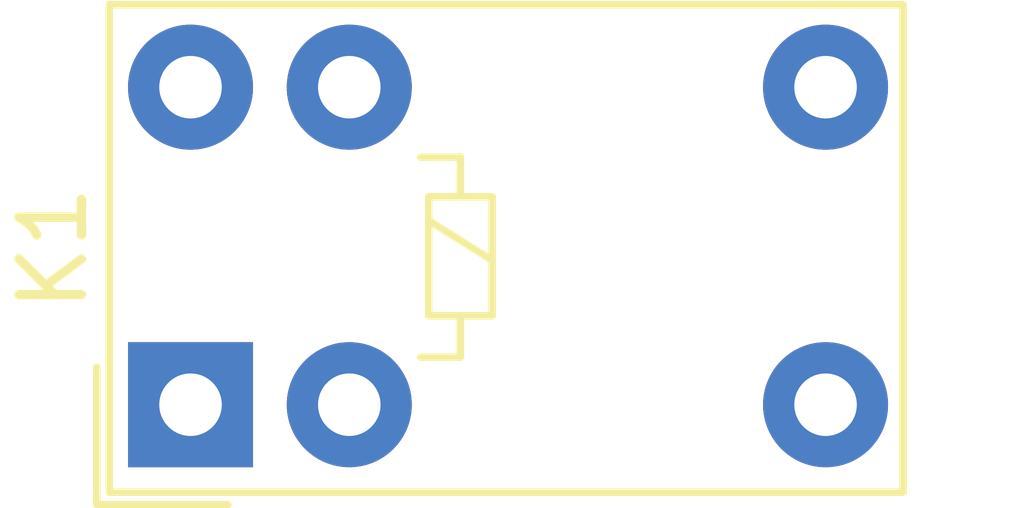
<source format=kicad_pcb>
(kicad_pcb (version 20211014) (generator pcbnew)
  (layers (0 "F.Cu" signal) (31 "B.Cu" signal) (34 "B.Paste" user) (35 "F.Paste" user) (36 "B.SilkS" user "B.Silkscreen") (37 "F.SilkS" user "F.Silkscreen") (38 "B.Mask" user) (39 "F.Mask" user) (44 "Edge.Cuts" user))
  (net 0 "")
  (net 1 "GND")
  (net 2 "B")
  (net 3 "C")
  (net 4 "A")
  (net 5 "+24V")
  (footprint "Relay_THT:Relay_SPDT_Omron_G5V-1" (layer "F.Cu") (at 142.24 101.6 90)
    (fp_text reference "K1" (at 2.5 -2.2 90) (layer "F.SilkS"))
    (fp_text value "G5V-1")
    (fp_line (start 3.327 3.81) (end 3.327 4.826) (layer "F.SilkS") (width 0.12))
    (fp_line (start 1.422 3.81) (end 1.422 4.826) (layer "F.SilkS") (width 0.12))
    (fp_line (start 1.422 4.826) (end 3.327 4.826) (layer "F.SilkS") (width 0.12))
    (fp_line (start 6.4 -1.3) (end 6.4 11.4) (layer "F.SilkS") (width 0.12))
    (fp_line (start 2.946 3.81) (end 2.311 4.826) (layer "F.SilkS") (width 0.12))
    (fp_line (start -1.6 0.6) (end -1.6 -1.5) (layer "F.SilkS") (width 0.12))
    (fp_line (start -1.6 -1.5) (end 0.6 -1.5) (layer "F.SilkS") (width 0.12))
    (fp_line (start 3.327 3.81) (end 1.422 3.81) (layer "F.SilkS") (width 0.12))
    (fp_line (start -1.4 11.4) (end -1.4 -1.3) (layer "F.SilkS") (width 0.12))
    (fp_line (start 0.762 4.318) (end 1.422 4.318) (layer "F.SilkS") (width 0.12))
    (fp_line (start 3.962 3.683) (end 3.962 4.318) (layer "F.SilkS") (width 0.12))
    (fp_line (start 6.4 11.4) (end -1.4 11.4) (layer "F.SilkS") (width 0.12))
    (fp_line (start 3.962 4.318) (end 3.327 4.318) (layer "F.SilkS") (width 0.12))
    (fp_line (start 0.762 3.683) (end 0.762 4.318) (layer "F.SilkS") (width 0.12))
    (fp_line (start -1.4 -1.3) (end 6.4 -1.3) (layer "F.SilkS") (width 0.12))
    (pad "1" thru_hole rect (at 0 0 90) (size 2 2) (drill 1) (layers *.Cu *.Mask) (net 1 "GND"))
    (pad "2" thru_hole circle (at 0 2.54 90) (size 2 2) (drill 1) (layers *.Cu *.Mask) (net 2 "B"))
    (pad "5" thru_hole circle (at 0 10.16 90) (size 2 2) (drill 1) (layers *.Cu *.Mask) (net 3 "C"))
    (pad "6" thru_hole circle (at 5.08 10.16 90) (size 2 2) (drill 1) (layers *.Cu *.Mask) (net 3 "C"))
    (pad "9" thru_hole circle (at 5.08 2.54 90) (size 2 2) (drill 1) (layers *.Cu *.Mask) (net 4 "A"))
    (pad "10" thru_hole circle (at 5.08 0 90) (size 2 2) (drill 1) (layers *.Cu *.Mask) (net 5 "+24V"))
  )
)
</source>
